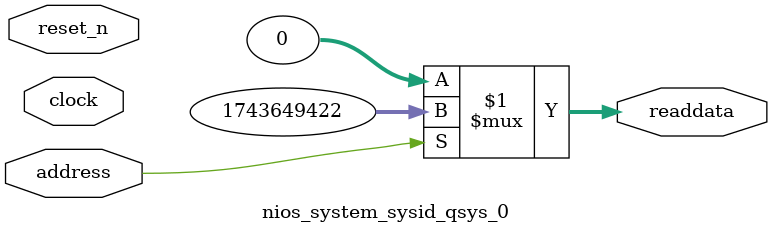
<source format=v>



// synthesis translate_off
`timescale 1ns / 1ps
// synthesis translate_on

// turn off superfluous verilog processor warnings 
// altera message_level Level1 
// altera message_off 10034 10035 10036 10037 10230 10240 10030 

module nios_system_sysid_qsys_0 (
               // inputs:
                address,
                clock,
                reset_n,

               // outputs:
                readdata
             )
;

  output  [ 31: 0] readdata;
  input            address;
  input            clock;
  input            reset_n;

  wire    [ 31: 0] readdata;
  //control_slave, which is an e_avalon_slave
  assign readdata = address ? 1743649422 : 0;

endmodule



</source>
